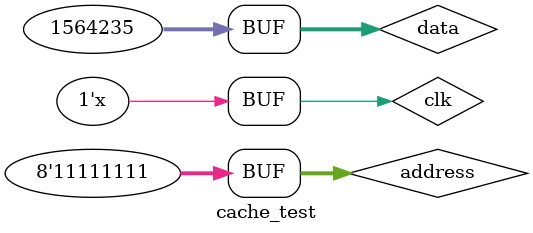
<source format=v>
`timescale 1ns / 1ps


module cache_test;

	// Inputs
	reg clk;
	reg [7:0] address;
	reg [31:0] data;

	// Outputs
	wire hit;
	wire [7:0] out;

	// Instantiate the Unit Under Test (UUT)
	cache uut (
		.clk(clk), 
		.address(address), 
		.data(data), 
		.hit(hit), 
		.out(out)
	);

	initial begin
		// Initialize Inputs
		clk = 0;
		address = 0;
		data = 0;

		// Wait 100 ns for global reset to finish
		#100;
        
		// Add stimulus here
		address = 8'b11111111;
		data = 1564235;
		#100;
		
		address = 8'b11111100;
		#100;
		
		address = 8'b11111101;
		#100;
		
		address = 8'b11111110;
		#100;
		
		address = 8'b11111111;
		#100;

	end
	
	always begin
		clk = !clk;
		#10;
	end
      
endmodule

</source>
